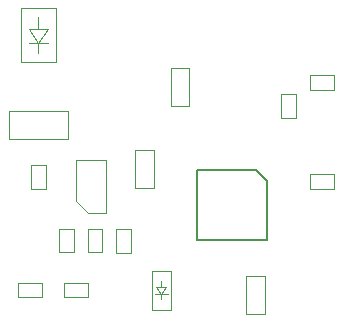
<source format=gbr>
%TF.GenerationSoftware,KiCad,Pcbnew,9.0.4-unknown*%
%TF.CreationDate,2025-11-20T15:33:38+01:00*%
%TF.ProjectId,KlimatizaceSamsung,4b6c696d-6174-4697-9a61-636553616d73,rev?*%
%TF.SameCoordinates,Original*%
%TF.FileFunction,Other,User*%
%FSLAX46Y46*%
G04 Gerber Fmt 4.6, Leading zero omitted, Abs format (unit mm)*
G04 Created by KiCad (PCBNEW 9.0.4-unknown) date 2025-11-20 15:33:38*
%MOMM*%
%LPD*%
G01*
G04 APERTURE LIST*
%ADD10C,0.100000*%
%ADD11C,0.150000*%
G04 APERTURE END LIST*
D10*
%TO.C,R7*%
X115200000Y-70975000D02*
X115200000Y-72225000D01*
X115200000Y-72225000D02*
X117200000Y-72225000D01*
X117200000Y-70975000D02*
X115200000Y-70975000D01*
X117200000Y-72225000D02*
X117200000Y-70975000D01*
%TO.C,U2*%
X116212500Y-60550000D02*
X116212500Y-64050000D01*
X116212500Y-64050000D02*
X117212500Y-65050000D01*
X117212500Y-65050000D02*
X118712500Y-65050000D01*
X118712500Y-60550000D02*
X116212500Y-60550000D01*
X118712500Y-65050000D02*
X118712500Y-60550000D01*
%TO.C,R8*%
X130600000Y-70400000D02*
X130600000Y-73600000D01*
X130600000Y-73600000D02*
X132200000Y-73600000D01*
X132200000Y-70400000D02*
X130600000Y-70400000D01*
X132200000Y-73600000D02*
X132200000Y-70400000D01*
%TO.C,C2*%
X114775000Y-66400000D02*
X114775000Y-68400000D01*
X114775000Y-68400000D02*
X116025000Y-68400000D01*
X116025000Y-66400000D02*
X114775000Y-66400000D01*
X116025000Y-68400000D02*
X116025000Y-66400000D01*
%TO.C,D2*%
X111500000Y-47700000D02*
X111500000Y-52300000D01*
X111500000Y-52300000D02*
X114500000Y-52300000D01*
X112249680Y-49498820D02*
X113799080Y-49498820D01*
X112998980Y-49498820D02*
X112998980Y-48500600D01*
X112998980Y-50649440D02*
X112249680Y-49498820D01*
X112998980Y-50649440D02*
X112998980Y-51551140D01*
X112998980Y-50649440D02*
X113799080Y-49498820D01*
X113799080Y-50649440D02*
X112198880Y-50649440D01*
X114500000Y-47700000D02*
X111500000Y-47700000D01*
X114500000Y-47700000D02*
X114500000Y-52300000D01*
%TO.C,R2*%
X136000000Y-61775000D02*
X136000000Y-63025000D01*
X136000000Y-63025000D02*
X138000000Y-63025000D01*
X138000000Y-61775000D02*
X136000000Y-61775000D01*
X138000000Y-63025000D02*
X138000000Y-61775000D01*
%TO.C,F1*%
X115500000Y-56400000D02*
X110500000Y-56400000D01*
X110500000Y-58800000D01*
X115500000Y-58800000D01*
X115500000Y-56400000D01*
%TO.C,C3*%
X117175000Y-66400000D02*
X117175000Y-68400000D01*
X117175000Y-68400000D02*
X118425000Y-68400000D01*
X118425000Y-66400000D02*
X117175000Y-66400000D01*
X118425000Y-68400000D02*
X118425000Y-66400000D01*
%TO.C,R6*%
X111312500Y-70975000D02*
X111312500Y-72225000D01*
X111312500Y-72225000D02*
X113312500Y-72225000D01*
X113312500Y-70975000D02*
X111312500Y-70975000D01*
X113312500Y-72225000D02*
X113312500Y-70975000D01*
%TO.C,D1*%
X122600000Y-69950000D02*
X122600000Y-73250000D01*
X122600000Y-73250000D02*
X124200000Y-73250000D01*
X123000000Y-71350000D02*
X123400000Y-71950000D01*
X123400000Y-71350000D02*
X123400000Y-70850000D01*
X123400000Y-71950000D02*
X122850000Y-71950000D01*
X123400000Y-71950000D02*
X123800000Y-71350000D01*
X123400000Y-71950000D02*
X123950000Y-71950000D01*
X123400000Y-72350000D02*
X123400000Y-71950000D01*
X123800000Y-71350000D02*
X123000000Y-71350000D01*
X124200000Y-69950000D02*
X122600000Y-69950000D01*
X124200000Y-73250000D02*
X124200000Y-69950000D01*
%TO.C,C4*%
X119575000Y-66450000D02*
X119575000Y-68450000D01*
X119575000Y-68450000D02*
X120825000Y-68450000D01*
X120825000Y-66450000D02*
X119575000Y-66450000D01*
X120825000Y-68450000D02*
X120825000Y-66450000D01*
D11*
%TO.C,U1*%
X126400000Y-61400000D02*
X126400000Y-67400000D01*
X126400000Y-67400000D02*
X132400000Y-67400000D01*
X131400000Y-61400000D02*
X126400000Y-61400000D01*
X132400000Y-62400000D02*
X131400000Y-61400000D01*
X132400000Y-67400000D02*
X132400000Y-62400000D01*
D10*
%TO.C,C1*%
X112375000Y-61000000D02*
X112375000Y-63000000D01*
X112375000Y-63000000D02*
X113625000Y-63000000D01*
X113625000Y-61000000D02*
X112375000Y-61000000D01*
X113625000Y-63000000D02*
X113625000Y-61000000D01*
%TO.C,R4*%
X124200000Y-52800000D02*
X124200000Y-56000000D01*
X124200000Y-56000000D02*
X125800000Y-56000000D01*
X125800000Y-52800000D02*
X124200000Y-52800000D01*
X125800000Y-56000000D02*
X125800000Y-52800000D01*
%TO.C,R5*%
X121200000Y-59737500D02*
X121200000Y-62937500D01*
X121200000Y-62937500D02*
X122800000Y-62937500D01*
X122800000Y-59737500D02*
X121200000Y-59737500D01*
X122800000Y-62937500D02*
X122800000Y-59737500D01*
%TO.C,R1*%
X133575000Y-55000000D02*
X133575000Y-57000000D01*
X133575000Y-57000000D02*
X134825000Y-57000000D01*
X134825000Y-55000000D02*
X133575000Y-55000000D01*
X134825000Y-57000000D02*
X134825000Y-55000000D01*
%TO.C,R3*%
X136000000Y-53375000D02*
X136000000Y-54625000D01*
X136000000Y-54625000D02*
X138000000Y-54625000D01*
X138000000Y-53375000D02*
X136000000Y-53375000D01*
X138000000Y-54625000D02*
X138000000Y-53375000D01*
%TD*%
M02*

</source>
